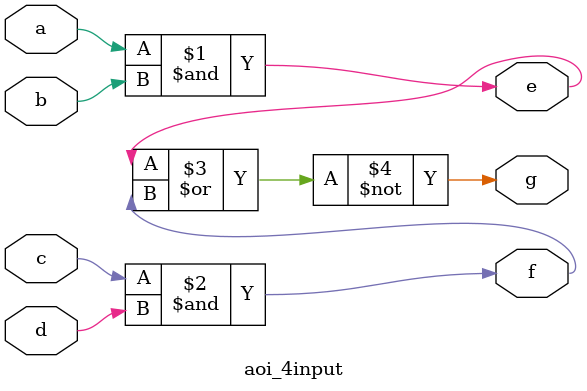
<source format=v>
`timescale 1ns / 1ps

module aoi_4input(
    input a, b, c, d,
    output e, f, g
    );
    assign e = a & b;
    assign f = c & d;
    assign g = ~(e | f);
endmodule
</source>
